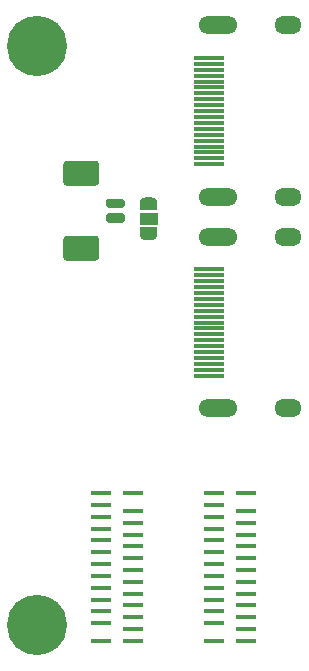
<source format=gbr>
G04 #@! TF.GenerationSoftware,KiCad,Pcbnew,8.0.4*
G04 #@! TF.CreationDate,2025-01-13T22:16:17-08:00*
G04 #@! TF.ProjectId,CSI_HDMI_Passthrough_receiver_noRetimer,4353495f-4844-44d4-995f-506173737468,rev?*
G04 #@! TF.SameCoordinates,Original*
G04 #@! TF.FileFunction,Soldermask,Top*
G04 #@! TF.FilePolarity,Negative*
%FSLAX46Y46*%
G04 Gerber Fmt 4.6, Leading zero omitted, Abs format (unit mm)*
G04 Created by KiCad (PCBNEW 8.0.4) date 2025-01-13 22:16:17*
%MOMM*%
%LPD*%
G01*
G04 APERTURE LIST*
%ADD10R,2.600000X0.300000*%
%ADD11O,3.300000X1.500000*%
%ADD12O,2.300000X1.500000*%
%ADD13R,1.800000X0.300000*%
%ADD14C,5.100000*%
%ADD15R,1.500000X1.000000*%
G04 APERTURE END LIST*
D10*
G04 #@! TO.C,J4*
X161515000Y-80000000D03*
X161515000Y-80500000D03*
X161515000Y-81000000D03*
X161515000Y-81500000D03*
X161515000Y-82000000D03*
X161515000Y-82500000D03*
X161515000Y-83000000D03*
X161515000Y-83500000D03*
X161515000Y-84000000D03*
X161515000Y-84500000D03*
X161515000Y-85000000D03*
X161515000Y-85500000D03*
X161515000Y-86000000D03*
X161515000Y-86500000D03*
X161515000Y-87000000D03*
X161515000Y-87500000D03*
X161515000Y-88000000D03*
X161515000Y-88500000D03*
X161515000Y-89000000D03*
D11*
X162275000Y-77250000D03*
X162275000Y-91750000D03*
D12*
X168235000Y-77250000D03*
X168235000Y-91750000D03*
G04 #@! TD*
D13*
G04 #@! TO.C,J1*
X152350000Y-117850000D03*
X155050000Y-118350000D03*
X152350000Y-118850000D03*
X155050000Y-119350000D03*
X152350000Y-119850000D03*
X155050000Y-120350000D03*
X152350000Y-120850000D03*
X155050000Y-121350000D03*
X152350000Y-121850000D03*
X155050000Y-122350000D03*
X152350000Y-122850000D03*
X155050000Y-123350000D03*
X152350000Y-123850000D03*
X155050000Y-124350000D03*
X152350000Y-124850000D03*
X155050000Y-125350000D03*
X152350000Y-125850000D03*
X155050000Y-126350000D03*
X152350000Y-126850000D03*
X155050000Y-127350000D03*
X152350000Y-127850000D03*
X155050000Y-128350000D03*
X152350000Y-129350000D03*
X155050000Y-129350000D03*
X152350000Y-116850000D03*
X155050000Y-116850000D03*
G04 #@! TD*
D10*
G04 #@! TO.C,J2*
X161500000Y-97900000D03*
X161500000Y-98400000D03*
X161500000Y-98900000D03*
X161500000Y-99400000D03*
X161500000Y-99900000D03*
X161500000Y-100400000D03*
X161500000Y-100900000D03*
X161500000Y-101400000D03*
X161500000Y-101900000D03*
X161500000Y-102400000D03*
X161500000Y-102900000D03*
X161500000Y-103400000D03*
X161500000Y-103900000D03*
X161500000Y-104400000D03*
X161500000Y-104900000D03*
X161500000Y-105400000D03*
X161500000Y-105900000D03*
X161500000Y-106400000D03*
X161500000Y-106900000D03*
D11*
X162260000Y-95150000D03*
X162260000Y-109650000D03*
D12*
X168220000Y-95150000D03*
X168220000Y-109650000D03*
G04 #@! TD*
D14*
G04 #@! TO.C,H1*
X147000000Y-79000000D03*
G04 #@! TD*
G04 #@! TO.C,H2*
X147000000Y-128000000D03*
G04 #@! TD*
D13*
G04 #@! TO.C,J3*
X161950000Y-117850000D03*
X164650000Y-118350000D03*
X161950000Y-118850000D03*
X164650000Y-119350000D03*
X161950000Y-119850000D03*
X164650000Y-120350000D03*
X161950000Y-120850000D03*
X164650000Y-121350000D03*
X161950000Y-121850000D03*
X164650000Y-122350000D03*
X161950000Y-122850000D03*
X164650000Y-123350000D03*
X161950000Y-123850000D03*
X164650000Y-124350000D03*
X161950000Y-124850000D03*
X164650000Y-125350000D03*
X161950000Y-125850000D03*
X164650000Y-126350000D03*
X161950000Y-126850000D03*
X164650000Y-127350000D03*
X161950000Y-127850000D03*
X164650000Y-128350000D03*
X161950000Y-129350000D03*
X164650000Y-129350000D03*
X161950000Y-116850000D03*
X164650000Y-116850000D03*
G04 #@! TD*
G04 #@! TO.C,JP2*
G36*
X157150000Y-94350000D02*
G01*
X157150000Y-94900000D01*
X157144911Y-94900000D01*
X157144911Y-94971157D01*
X157104816Y-95107708D01*
X157027875Y-95227430D01*
X156920320Y-95320627D01*
X156790866Y-95379746D01*
X156650000Y-95400000D01*
X156150000Y-95400000D01*
X156009134Y-95379746D01*
X155879680Y-95320627D01*
X155772125Y-95227430D01*
X155695184Y-95107708D01*
X155655089Y-94971157D01*
X155655089Y-94900000D01*
X155650000Y-94900000D01*
X155650000Y-94350000D01*
X157150000Y-94350000D01*
G37*
D15*
X156400000Y-93600000D03*
G36*
X155655089Y-92300000D02*
G01*
X155655089Y-92228843D01*
X155695184Y-92092292D01*
X155772125Y-91972570D01*
X155879680Y-91879373D01*
X156009134Y-91820254D01*
X156150000Y-91800000D01*
X156650000Y-91800000D01*
X156790866Y-91820254D01*
X156920320Y-91879373D01*
X157027875Y-91972570D01*
X157104816Y-92092292D01*
X157144911Y-92228843D01*
X157144911Y-92300000D01*
X157150000Y-92300000D01*
X157150000Y-92850000D01*
X155650000Y-92850000D01*
X155650000Y-92300000D01*
X155655089Y-92300000D01*
G37*
G04 #@! TD*
G04 #@! TO.C,J5*
G36*
G01*
X149450001Y-95050000D02*
X151949999Y-95050000D01*
G75*
G02*
X152200000Y-95300001I0J-250001D01*
G01*
X152200000Y-96899999D01*
G75*
G02*
X151949999Y-97150000I-250001J0D01*
G01*
X149450001Y-97150000D01*
G75*
G02*
X149200000Y-96899999I0J250001D01*
G01*
X149200000Y-95300001D01*
G75*
G02*
X149450001Y-95050000I250001J0D01*
G01*
G37*
G36*
G01*
X149450001Y-88700000D02*
X151949999Y-88700000D01*
G75*
G02*
X152200000Y-88950001I0J-250001D01*
G01*
X152200000Y-90549999D01*
G75*
G02*
X151949999Y-90800000I-250001J0D01*
G01*
X149450001Y-90800000D01*
G75*
G02*
X149200000Y-90549999I0J250001D01*
G01*
X149200000Y-88950001D01*
G75*
G02*
X149450001Y-88700000I250001J0D01*
G01*
G37*
G36*
G01*
X153000000Y-93150000D02*
X154200000Y-93150000D01*
G75*
G02*
X154400000Y-93350000I0J-200000D01*
G01*
X154400000Y-93750000D01*
G75*
G02*
X154200000Y-93950000I-200000J0D01*
G01*
X153000000Y-93950000D01*
G75*
G02*
X152800000Y-93750000I0J200000D01*
G01*
X152800000Y-93350000D01*
G75*
G02*
X153000000Y-93150000I200000J0D01*
G01*
G37*
G36*
G01*
X153000000Y-91900000D02*
X154200000Y-91900000D01*
G75*
G02*
X154400000Y-92100000I0J-200000D01*
G01*
X154400000Y-92500000D01*
G75*
G02*
X154200000Y-92700000I-200000J0D01*
G01*
X153000000Y-92700000D01*
G75*
G02*
X152800000Y-92500000I0J200000D01*
G01*
X152800000Y-92100000D01*
G75*
G02*
X153000000Y-91900000I200000J0D01*
G01*
G37*
G04 #@! TD*
M02*

</source>
